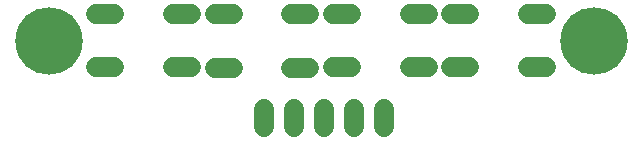
<source format=gbr>
G04 EAGLE Gerber RS-274X export*
G75*
%MOMM*%
%FSLAX34Y34*%
%LPD*%
%INSoldermask Top*%
%IPPOS*%
%AMOC8*
5,1,8,0,0,1.08239X$1,22.5*%
G01*
G04 Define Apertures*
%ADD10C,1.727200*%
%ADD11C,5.703200*%
D10*
X325120Y33400D02*
X325120Y18160D01*
X299720Y18160D02*
X299720Y33400D01*
X274320Y33400D02*
X274320Y18160D01*
X248920Y18160D02*
X248920Y33400D01*
X223520Y33400D02*
X223520Y18160D01*
X96470Y114300D02*
X81230Y114300D01*
X81230Y69088D02*
X96470Y69088D01*
X146254Y114300D02*
X161494Y114300D01*
X161494Y69088D02*
X146254Y69088D01*
X181475Y114046D02*
X196715Y114046D01*
X196715Y68834D02*
X181475Y68834D01*
X246499Y114046D02*
X261739Y114046D01*
X261739Y68834D02*
X246499Y68834D01*
X281721Y114130D02*
X296961Y114130D01*
X296961Y68918D02*
X281721Y68918D01*
X346745Y114130D02*
X361985Y114130D01*
X361985Y68918D02*
X346745Y68918D01*
X381966Y114384D02*
X397206Y114384D01*
X397206Y69172D02*
X381966Y69172D01*
X446990Y114384D02*
X462230Y114384D01*
X462230Y69172D02*
X446990Y69172D01*
D11*
X41180Y91694D03*
X502239Y91694D03*
M02*

</source>
